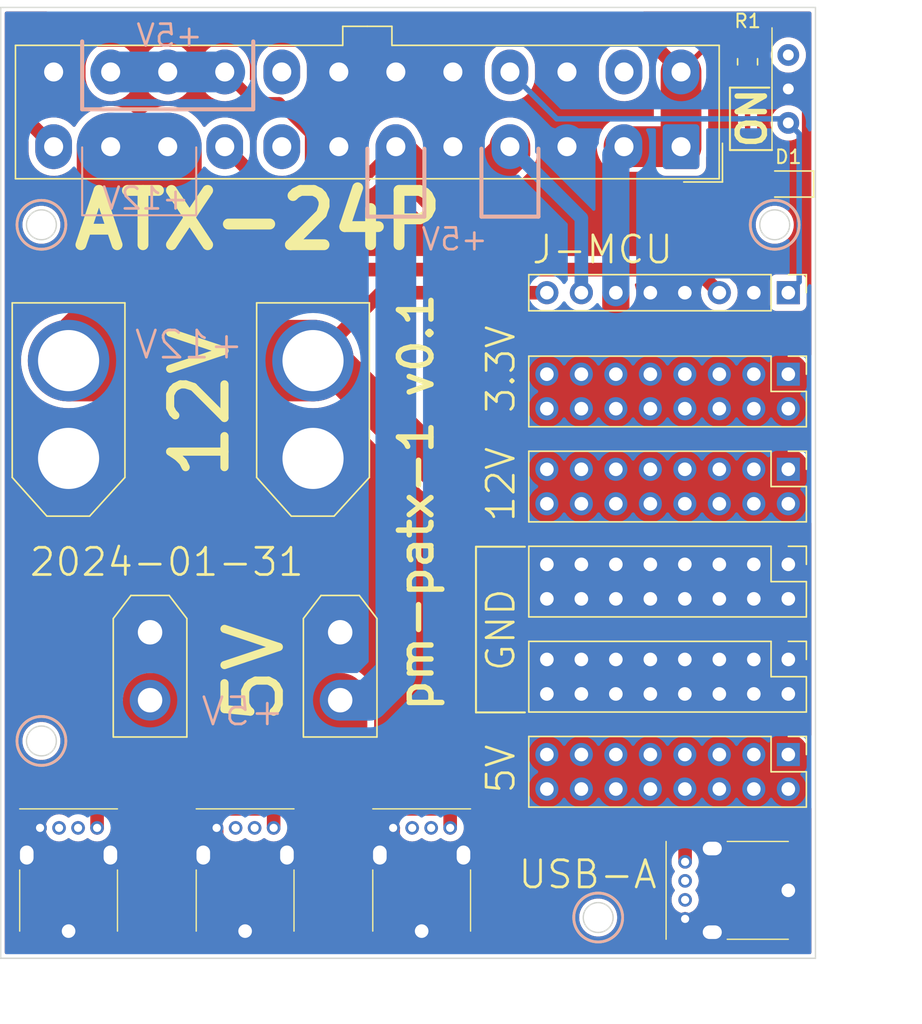
<source format=kicad_pcb>
(kicad_pcb (version 20221018) (generator pcbnew)
  (title_block (title "pm-patx-1") (date "2024-01-31") (rev "v0.1") (company "fm-elpac") (comment 1 "ATX 供电引出板") (comment 2 "secext2022") (comment 3 "https://github.com/fm-elpac/fm-hw"))
  (layers (0 "F.Cu" mixed) (31 "B.Cu" mixed) (34 "B.Paste" user) (35 "F.Paste" user) (36 "B.SilkS" user "B.Silkscreen") (37 "F.SilkS" user "F.Silkscreen") (38 "B.Mask" user) (39 "F.Mask" user) (44 "Edge.Cuts" user))
  (net 0 "")
  (net 1 "GND")
  (net 2 "Net-(D1-A)")
  (net 3 "+3.3V")
  (net 4 "+5V")
  (net 6 "/5VSB")
  (net 7 "+12V")
  (net 9 "/PS_ON")
  (footprint "patx-1:USB-A-V1" (layer "F.Cu") (at 57 107)
    (fp_text reference "J7" hide)
    (fp_text value "USB_A")
    (fp_line (start -3.6 -9) (end 3.6 -9) (stroke (width 0.1)) (layer "F.SilkS"))
    (fp_line (start -3.6 -4.5) (end -3.6 0) (stroke (width 0.1)) (layer "F.SilkS"))
    (fp_line (start 3.6 -4.5) (end 3.6 0) (stroke (width 0.1)) (layer "F.SilkS"))
    (pad "1" thru_hole circle (at 2.1 -7.6) (size 1 1) (drill 0.6) (layers "*.Cu" "*.Mask") (net 4 "+5V"))
    (pad "2" thru_hole circle (at 0.7 -7.6) (size 1 1) (drill 0.6) (layers "*.Cu" "*.Mask"))
    (pad "3" thru_hole circle (at -0.7 -7.6) (size 1 1) (drill 0.6) (layers "*.Cu" "*.Mask"))
    (pad "4" thru_hole circle (at -2.1 -7.6) (size 1 1) (drill 0.6) (layers "*.Cu" "*.Mask") (net 1 "GND"))
    (pad "5" thru_hole roundrect (at -3.08 -5.6) (size 2 2) (drill oval 1 1.4) (layers "*.Cu" "*.Mask") (net 1 "GND"))
    (pad "5" thru_hole circle (at 0 0) (size 2 2) (drill 1) (layers "*.Cu" "*.Mask") (net 1 "GND"))
    (pad "5" thru_hole roundrect (at 3.08 -5.6) (size 2 2) (drill oval 1 1.4) (layers "*.Cu" "*.Mask") (net 1 "GND"))
  )
  (footprint "Connector_PinHeader_2.54mm:PinHeader_2x08_P2.54mm_Vertical" (layer "F.Cu") (at 97 80 -90)
    (fp_text reference "J14" hide)
    (fp_text value "Conn_02x08_Top_Bottom")
    (fp_line (start -1.33 -1.33) (end 0 -1.33) (stroke (width 0.12)) (layer "F.SilkS"))
    (fp_line (start -1.33 0) (end -1.33 -1.33) (stroke (width 0.12)) (layer "F.SilkS"))
    (fp_line (start -1.33 1.27) (end -1.33 19.11) (stroke (width 0.12)) (layer "F.SilkS"))
    (fp_line (start -1.33 1.27) (end 1.27 1.27) (stroke (width 0.12)) (layer "F.SilkS"))
    (fp_line (start -1.33 19.11) (end 3.87 19.11) (stroke (width 0.12)) (layer "F.SilkS"))
    (fp_line (start 1.27 -1.33) (end 3.87 -1.33) (stroke (width 0.12)) (layer "F.SilkS"))
    (fp_line (start 1.27 1.27) (end 1.27 -1.33) (stroke (width 0.12)) (layer "F.SilkS"))
    (fp_line (start 3.87 -1.33) (end 3.87 19.11) (stroke (width 0.12)) (layer "F.SilkS"))
    (pad "1" thru_hole rect (at 0 0 270) (size 1.7 1.7) (drill 1) (layers "*.Cu" "*.Mask") (net 1 "GND"))
    (pad "2" thru_hole oval (at 2.54 0 270) (size 1.7 1.7) (drill 1) (layers "*.Cu" "*.Mask") (net 1 "GND"))
    (pad "3" thru_hole oval (at 0 2.54 270) (size 1.7 1.7) (drill 1) (layers "*.Cu" "*.Mask") (net 1 "GND"))
    (pad "4" thru_hole oval (at 2.54 2.54 270) (size 1.7 1.7) (drill 1) (layers "*.Cu" "*.Mask") (net 1 "GND"))
    (pad "5" thru_hole oval (at 0 5.08 270) (size 1.7 1.7) (drill 1) (layers "*.Cu" "*.Mask") (net 1 "GND"))
    (pad "6" thru_hole oval (at 2.54 5.08 270) (size 1.7 1.7) (drill 1) (layers "*.Cu" "*.Mask") (net 1 "GND"))
    (pad "7" thru_hole oval (at 0 7.62 270) (size 1.7 1.7) (drill 1) (layers "*.Cu" "*.Mask") (net 1 "GND"))
    (pad "8" thru_hole oval (at 2.54 7.62 270) (size 1.7 1.7) (drill 1) (layers "*.Cu" "*.Mask") (net 1 "GND"))
    (pad "9" thru_hole oval (at 0 10.16 270) (size 1.7 1.7) (drill 1) (layers "*.Cu" "*.Mask") (net 1 "GND"))
    (pad "10" thru_hole oval (at 2.54 10.16 270) (size 1.7 1.7) (drill 1) (layers "*.Cu" "*.Mask") (net 1 "GND"))
    (pad "11" thru_hole oval (at 0 12.7 270) (size 1.7 1.7) (drill 1) (layers "*.Cu" "*.Mask") (net 1 "GND"))
    (pad "12" thru_hole oval (at 2.54 12.7 270) (size 1.7 1.7) (drill 1) (layers "*.Cu" "*.Mask") (net 1 "GND"))
    (pad "13" thru_hole oval (at 0 15.24 270) (size 1.7 1.7) (drill 1) (layers "*.Cu" "*.Mask") (net 1 "GND"))
    (pad "14" thru_hole oval (at 2.54 15.24 270) (size 1.7 1.7) (drill 1) (layers "*.Cu" "*.Mask") (net 1 "GND"))
    (pad "15" thru_hole oval (at 0 17.78 270) (size 1.7 1.7) (drill 1) (layers "*.Cu" "*.Mask") (net 1 "GND"))
    (pad "16" thru_hole oval (at 2.54 17.78 270) (size 1.7 1.7) (drill 1) (layers "*.Cu" "*.Mask") (net 1 "GND"))
  )
  (footprint "patx-1:USB-A-V1" (layer "F.Cu") (at 44 107)
    (fp_text reference "J8" hide)
    (fp_text value "USB_A")
    (fp_line (start -3.6 -9) (end 3.6 -9) (stroke (width 0.1)) (layer "F.SilkS"))
    (fp_line (start -3.6 -4.5) (end -3.6 0) (stroke (width 0.1)) (layer "F.SilkS"))
    (fp_line (start 3.6 -4.5) (end 3.6 0) (stroke (width 0.1)) (layer "F.SilkS"))
    (pad "1" thru_hole circle (at 2.1 -7.6) (size 1 1) (drill 0.6) (layers "*.Cu" "*.Mask") (net 4 "+5V"))
    (pad "2" thru_hole circle (at 0.7 -7.6) (size 1 1) (drill 0.6) (layers "*.Cu" "*.Mask"))
    (pad "3" thru_hole circle (at -0.7 -7.6) (size 1 1) (drill 0.6) (layers "*.Cu" "*.Mask"))
    (pad "4" thru_hole circle (at -2.1 -7.6) (size 1 1) (drill 0.6) (layers "*.Cu" "*.Mask") (net 1 "GND"))
    (pad "5" thru_hole roundrect (at -3.08 -5.6) (size 2 2) (drill oval 1 1.4) (layers "*.Cu" "*.Mask") (net 1 "GND"))
    (pad "5" thru_hole circle (at 0 0) (size 2 2) (drill 1) (layers "*.Cu" "*.Mask") (net 1 "GND"))
    (pad "5" thru_hole roundrect (at 3.08 -5.6) (size 2 2) (drill oval 1 1.4) (layers "*.Cu" "*.Mask") (net 1 "GND"))
  )
  (footprint "Connector_AMASS:AMASS_XT30UPB-F_1x02_P5.0mm_Vertical" (layer "F.Cu") (at 64 85 -90)
    (fp_text reference "J5" hide)
    (fp_text value "Conn_01x02")
    (fp_line (start -2.71 -1.41) (end -2.71 1.41) (stroke (width 0.12)) (layer "F.SilkS"))
    (fp_line (start -2.71 -1.41) (end -1.01 -2.71) (stroke (width 0.12)) (layer "F.SilkS"))
    (fp_line (start -2.71 1.41) (end -1.01 2.71) (stroke (width 0.12)) (layer "F.SilkS"))
    (fp_line (start -1.01 -2.71) (end 7.71 -2.71) (stroke (width 0.12)) (layer "F.SilkS"))
    (fp_line (start -1.01 2.71) (end 7.71 2.71) (stroke (width 0.12)) (layer "F.SilkS"))
    (fp_line (start 7.71 -2.71) (end 7.71 2.71) (stroke (width 0.12)) (layer "F.SilkS"))
    (pad "1" thru_hole rect (at 0 0 270) (size 3 3) (drill 1.8) (layers "*.Cu" "*.Mask") (net 1 "GND"))
    (pad "2" thru_hole circle (at 5 0 270) (size 3 3) (drill 1.8) (layers "*.Cu" "*.Mask") (net 4 "+5V"))
  )
  (footprint "patx-1:USB-A-V1" (layer "F.Cu") (at 97 104 90)
    (fp_text reference "J9" hide)
    (fp_text value "USB_A")
    (fp_line (start -3.6 -9) (end 3.6 -9) (stroke (width 0.1)) (layer "F.SilkS"))
    (fp_line (start -3.6 -4.5) (end -3.6 0) (stroke (width 0.1)) (layer "F.SilkS"))
    (fp_line (start 3.6 -4.5) (end 3.6 0) (stroke (width 0.1)) (layer "F.SilkS"))
    (pad "1" thru_hole circle (at 2.1 -7.6 90) (size 1 1) (drill 0.6) (layers "*.Cu" "*.Mask") (net 4 "+5V"))
    (pad "2" thru_hole circle (at 0.7 -7.6 90) (size 1 1) (drill 0.6) (layers "*.Cu" "*.Mask"))
    (pad "3" thru_hole circle (at -0.7 -7.6 90) (size 1 1) (drill 0.6) (layers "*.Cu" "*.Mask"))
    (pad "4" thru_hole circle (at -2.1 -7.6 90) (size 1 1) (drill 0.6) (layers "*.Cu" "*.Mask") (net 1 "GND"))
    (pad "5" thru_hole roundrect (at -3.08 -5.6 90) (size 2 2) (drill oval 1 1.4) (layers "*.Cu" "*.Mask") (net 1 "GND"))
    (pad "5" thru_hole circle (at 0 0 90) (size 2 2) (drill 1) (layers "*.Cu" "*.Mask") (net 1 "GND"))
    (pad "5" thru_hole roundrect (at 3.08 -5.6 90) (size 2 2) (drill oval 1 1.4) (layers "*.Cu" "*.Mask") (net 1 "GND"))
  )
  (footprint "LED_SMD:LED_0805_2012Metric_Pad1.15x1.40mm_HandSolder" (layer "F.Cu") (at 97 52 180)
    (fp_text reference "D1" (at 0 2) (layer "F.SilkS"))
    (fp_text value "LED")
    (fp_line (start -1.86 -0.96) (end -1.86 0.96) (stroke (width 0.12)) (layer "F.SilkS"))
    (fp_line (start -1.86 0.96) (end 1 0.96) (stroke (width 0.12)) (layer "F.SilkS"))
    (fp_line (start 1 -0.96) (end -1.86 -0.96) (stroke (width 0.12)) (layer "F.SilkS"))
    (pad "1" smd roundrect (at -1.025 0 180) (size 1.15 1.4) (layers "F.Cu" "F.Paste" "F.Mask") (roundrect_rratio 0.217391) (net 1 "GND"))
    (pad "2" smd roundrect (at 1.025 0 180) (size 1.15 1.4) (layers "F.Cu" "F.Paste" "F.Mask") (roundrect_rratio 0.217391) (net 2 "Net-(D1-A)"))
  )
  (footprint "Connector_PinHeader_2.54mm:PinHeader_2x08_P2.54mm_Vertical" (layer "F.Cu") (at 97 73 -90)
    (fp_text reference "J11" hide)
    (fp_text value "Conn_02x08_Top_Bottom")
    (fp_line (start -1.33 -1.33) (end 0 -1.33) (stroke (width 0.12)) (layer "F.SilkS"))
    (fp_line (start -1.33 0) (end -1.33 -1.33) (stroke (width 0.12)) (layer "F.SilkS"))
    (fp_line (start -1.33 1.27) (end -1.33 19.11) (stroke (width 0.12)) (layer "F.SilkS"))
    (fp_line (start -1.33 1.27) (end 1.27 1.27) (stroke (width 0.12)) (layer "F.SilkS"))
    (fp_line (start -1.33 19.11) (end 3.87 19.11) (stroke (width 0.12)) (layer "F.SilkS"))
    (fp_line (start 1.27 -1.33) (end 3.87 -1.33) (stroke (width 0.12)) (layer "F.SilkS"))
    (fp_line (start 1.27 1.27) (end 1.27 -1.33) (stroke (width 0.12)) (layer "F.SilkS"))
    (fp_line (start 3.87 -1.33) (end 3.87 19.11) (stroke (width 0.12)) (layer "F.SilkS"))
    (pad "1" thru_hole rect (at 0 0 270) (size 1.7 1.7) (drill 1) (layers "*.Cu" "*.Mask") (net 7 "+12V"))
    (pad "2" thru_hole oval (at 2.54 0 270) (size 1.7 1.7) (drill 1) (layers "*.Cu" "*.Mask") (net 7 "+12V"))
    (pad "3" thru_hole oval (at 0 2.54 270) (size 1.7 1.7) (drill 1) (layers "*.Cu" "*.Mask") (net 7 "+12V"))
    (pad "4" thru_hole oval (at 2.54 2.54 270) (size 1.7 1.7) (drill 1) (layers "*.Cu" "*.Mask") (net 7 "+12V"))
    (pad "5" thru_hole oval (at 0 5.08 270) (size 1.7 1.7) (drill 1) (layers "*.Cu" "*.Mask") (net 7 "+12V"))
    (pad "6" thru_hole oval (at 2.54 5.08 270) (size 1.7 1.7) (drill 1) (layers "*.Cu" "*.Mask") (net 7 "+12V"))
    (pad "7" thru_hole oval (at 0 7.62 270) (size 1.7 1.7) (drill 1) (layers "*.Cu" "*.Mask") (net 7 "+12V"))
    (pad "8" thru_hole oval (at 2.54 7.62 270) (size 1.7 1.7) (drill 1) (layers "*.Cu" "*.Mask") (net 7 "+12V"))
    (pad "9" thru_hole oval (at 0 10.16 270) (size 1.7 1.7) (drill 1) (layers "*.Cu" "*.Mask") (net 7 "+12V"))
    (pad "10" thru_hole oval (at 2.54 10.16 270) (size 1.7 1.7) (drill 1) (layers "*.Cu" "*.Mask") (net 7 "+12V"))
    (pad "11" thru_hole oval (at 0 12.7 270) (size 1.7 1.7) (drill 1) (layers "*.Cu" "*.Mask") (net 7 "+12V"))
    (pad "12" thru_hole oval (at 2.54 12.7 270) (size 1.7 1.7) (drill 1) (layers "*.Cu" "*.Mask") (net 7 "+12V"))
    (pad "13" thru_hole oval (at 0 15.24 270) (size 1.7 1.7) (drill 1) (layers "*.Cu" "*.Mask") (net 7 "+12V"))
    (pad "14" thru_hole oval (at 2.54 15.24 270) (size 1.7 1.7) (drill 1) (layers "*.Cu" "*.Mask") (net 7 "+12V"))
    (pad "15" thru_hole oval (at 0 17.78 270) (size 1.7 1.7) (drill 1) (layers "*.Cu" "*.Mask") (net 7 "+12V"))
    (pad "16" thru_hole oval (at 2.54 17.78 270) (size 1.7 1.7) (drill 1) (layers "*.Cu" "*.Mask") (net 7 "+12V"))
  )
  (footprint "Connector_PinHeader_2.54mm:PinHeader_2x08_P2.54mm_Vertical" (layer "F.Cu") (at 97 66 -90)
    (fp_text reference "J13" hide)
    (fp_text value "Conn_02x08_Top_Bottom")
    (fp_line (start -1.33 -1.33) (end 0 -1.33) (stroke (width 0.12)) (layer "F.SilkS"))
    (fp_line (start -1.33 0) (end -1.33 -1.33) (stroke (width 0.12)) (layer "F.SilkS"))
    (fp_line (start -1.33 1.27) (end -1.33 19.11) (stroke (width 0.12)) (layer "F.SilkS"))
    (fp_line (start -1.33 1.27) (end 1.27 1.27) (stroke (width 0.12)) (layer "F.SilkS"))
    (fp_line (start -1.33 19.11) (end 3.87 19.11) (stroke (width 0.12)) (layer "F.SilkS"))
    (fp_line (start 1.27 -1.33) (end 3.87 -1.33) (stroke (width 0.12)) (layer "F.SilkS"))
    (fp_line (start 1.27 1.27) (end 1.27 -1.33) (stroke (width 0.12)) (layer "F.SilkS"))
    (fp_line (start 3.87 -1.33) (end 3.87 19.11) (stroke (width 0.12)) (layer "F.SilkS"))
    (pad "1" thru_hole rect (at 0 0 270) (size 1.7 1.7) (drill 1) (layers "*.Cu" "*.Mask") (net 3 "+3.3V"))
    (pad "2" thru_hole oval (at 2.54 0 270) (size 1.7 1.7) (drill 1) (layers "*.Cu" "*.Mask") (net 3 "+3.3V"))
    (pad "3" thru_hole oval (at 0 2.54 270) (size 1.7 1.7) (drill 1) (layers "*.Cu" "*.Mask") (net 3 "+3.3V"))
    (pad "4" thru_hole oval (at 2.54 2.54 270) (size 1.7 1.7) (drill 1) (layers "*.Cu" "*.Mask") (net 3 "+3.3V"))
    (pad "5" thru_hole oval (at 0 5.08 270) (size 1.7 1.7) (drill 1) (layers "*.Cu" "*.Mask") (net 3 "+3.3V"))
    (pad "6" thru_hole oval (at 2.54 5.08 270) (size 1.7 1.7) (drill 1) (layers "*.Cu" "*.Mask") (net 3 "+3.3V"))
    (pad "7" thru_hole oval (at 0 7.62 270) (size 1.7 1.7) (drill 1) (layers "*.Cu" "*.Mask") (net 3 "+3.3V"))
    (pad "8" thru_hole oval (at 2.54 7.62 270) (size 1.7 1.7) (drill 1) (layers "*.Cu" "*.Mask") (net 3 "+3.3V"))
    (pad "9" thru_hole oval (at 0 10.16 270) (size 1.7 1.7) (drill 1) (layers "*.Cu" "*.Mask") (net 3 "+3.3V"))
    (pad "10" thru_hole oval (at 2.54 10.16 270) (size 1.7 1.7) (drill 1) (layers "*.Cu" "*.Mask") (net 3 "+3.3V"))
    (pad "11" thru_hole oval (at 0 12.7 270) (size 1.7 1.7) (drill 1) (layers "*.Cu" "*.Mask") (net 3 "+3.3V"))
    (pad "12" thru_hole oval (at 2.54 12.7 270) (size 1.7 1.7) (drill 1) (layers "*.Cu" "*.Mask") (net 3 "+3.3V"))
    (pad "13" thru_hole oval (at 0 15.24 270) (size 1.7 1.7) (drill 1) (layers "*.Cu" "*.Mask") (net 3 "+3.3V"))
    (pad "14" thru_hole oval (at 2.54 15.24 270) (size 1.7 1.7) (drill 1) (layers "*.Cu" "*.Mask") (net 3 "+3.3V"))
    (pad "15" thru_hole oval (at 0 17.78 270) (size 1.7 1.7) (drill 1) (layers "*.Cu" "*.Mask") (net 3 "+3.3V"))
    (pad "16" thru_hole oval (at 2.54 17.78 270) (size 1.7 1.7) (drill 1) (layers "*.Cu" "*.Mask") (net 3 "+3.3V"))
  )
  (footprint "Connector_PinHeader_2.54mm:PinHeader_2x08_P2.54mm_Vertical" (layer "F.Cu") (at 97 94 -90)
    (fp_text reference "J12" hide)
    (fp_text value "Conn_02x08_Top_Bottom")
    (fp_line (start -1.33 -1.33) (end 0 -1.33) (stroke (width 0.12)) (layer "F.SilkS"))
    (fp_line (start -1.33 0) (end -1.33 -1.33) (stroke (width 0.12)) (layer "F.SilkS"))
    (fp_line (start -1.33 1.27) (end -1.33 19.11) (stroke (width 0.12)) (layer "F.SilkS"))
    (fp_line (start -1.33 1.27) (end 1.27 1.27) (stroke (width 0.12)) (layer "F.SilkS"))
    (fp_line (start -1.33 19.11) (end 3.87 19.11) (stroke (width 0.12)) (layer "F.SilkS"))
    (fp_line (start 1.27 -1.33) (end 3.87 -1.33) (stroke (width 0.12)) (layer "F.SilkS"))
    (fp_line (start 1.27 1.27) (end 1.27 -1.33) (stroke (width 0.12)) (layer "F.SilkS"))
    (fp_line (start 3.87 -1.33) (end 3.87 19.11) (stroke (width 0.12)) (layer "F.SilkS"))
    (pad "1" thru_hole rect (at 0 0 270) (size 1.7 1.7) (drill 1) (layers "*.Cu" "*.Mask") (net 4 "+5V"))
    (pad "2" thru_hole oval (at 2.54 0 270) (size 1.7 1.7) (drill 1) (layers "*.Cu" "*.Mask") (net 4 "+5V"))
    (pad "3" thru_hole oval (at 0 2.54 270) (size 1.7 1.7) (drill 1) (layers "*.Cu" "*.Mask") (net 4 "+5V"))
    (pad "4" thru_hole oval (at 2.54 2.54 270) (size 1.7 1.7) (drill 1) (layers "*.Cu" "*.Mask") (net 4 "+5V"))
    (pad "5" thru_hole oval (at 0 5.08 270) (size 1.7 1.7) (drill 1) (layers "*.Cu" "*.Mask") (net 4 "+5V"))
    (pad "6" thru_hole oval (at 2.54 5.08 270) (size 1.7 1.7) (drill 1) (layers "*.Cu" "*.Mask") (net 4 "+5V"))
    (pad "7" thru_hole oval (at 0 7.62 270) (size 1.7 1.7) (drill 1) (layers "*.Cu" "*.Mask") (net 4 "+5V"))
    (pad "8" thru_hole oval (at 2.54 7.62 270) (size 1.7 1.7) (drill 1) (layers "*.Cu" "*.Mask") (net 4 "+5V"))
    (pad "9" thru_hole oval (at 0 10.16 270) (size 1.7 1.7) (drill 1) (layers "*.Cu" "*.Mask") (net 4 "+5V"))
    (pad "10" thru_hole oval (at 2.54 10.16 270) (size 1.7 1.7) (drill 1) (layers "*.Cu" "*.Mask") (net 4 "+5V"))
    (pad "11" thru_hole oval (at 0 12.7 270) (size 1.7 1.7) (drill 1) (layers "*.Cu" "*.Mask") (net 4 "+5V"))
    (pad "12" thru_hole oval (at 2.54 12.7 270) (size 1.7 1.7) (drill 1) (layers "*.Cu" "*.Mask") (net 4 "+5V"))
    (pad "13" thru_hole oval (at 0 15.24 270) (size 1.7 1.7) (drill 1) (layers "*.Cu" "*.Mask") (net 4 "+5V"))
    (pad "14" thru_hole oval (at 2.54 15.24 270) (size 1.7 1.7) (drill 1) (layers "*.Cu" "*.Mask") (net 4 "+5V"))
    (pad "15" thru_hole oval (at 0 17.78 270) (size 1.7 1.7) (drill 1) (layers "*.Cu" "*.Mask") (net 4 "+5V"))
    (pad "16" thru_hole oval (at 2.54 17.78 270) (size 1.7 1.7) (drill 1) (layers "*.Cu" "*.Mask") (net 4 "+5V"))
  )
  (footprint "Connector_PinHeader_2.54mm:PinHeader_2x08_P2.54mm_Vertical" (layer "F.Cu") (at 97 87 -90)
    (fp_text reference "J15" hide)
    (fp_text value "Conn_02x08_Top_Bottom")
    (fp_line (start -1.33 -1.33) (end 0 -1.33) (stroke (width 0.12)) (layer "F.SilkS"))
    (fp_line (start -1.33 0) (end -1.33 -1.33) (stroke (width 0.12)) (layer "F.SilkS"))
    (fp_line (start -1.33 1.27) (end -1.33 19.11) (stroke (width 0.12)) (layer "F.SilkS"))
    (fp_line (start -1.33 1.27) (end 1.27 1.27) (stroke (width 0.12)) (layer "F.SilkS"))
    (fp_line (start -1.33 19.11) (end 3.87 19.11) (stroke (width 0.12)) (layer "F.SilkS"))
    (fp_line (start 1.27 -1.33) (end 3.87 -1.33) (stroke (width 0.12)) (layer "F.SilkS"))
    (fp_line (start 1.27 1.27) (end 1.27 -1.33) (stroke (width 0.12)) (layer "F.SilkS"))
    (fp_line (start 3.87 -1.33) (end 3.87 19.11) (stroke (width 0.12)) (layer "F.SilkS"))
    (pad "1" thru_hole rect (at 0 0 270) (size 1.7 1.7) (drill 1) (layers "*.Cu" "*.Mask") (net 1 "GND"))
    (pad "2" thru_hole oval (at 2.54 0 270) (size 1.7 1.7) (drill 1) (layers "*.Cu" "*.Mask") (net 1 "GND"))
    (pad "3" thru_hole oval (at 0 2.54 270) (size 1.7 1.7) (drill 1) (layers "*.Cu" "*.Mask") (net 1 "GND"))
    (pad "4" thru_hole oval (at 2.54 2.54 270) (size 1.7 1.7) (drill 1) (layers "*.Cu" "*.Mask") (net 1 "GND"))
    (pad "5" thru_hole oval (at 0 5.08 270) (size 1.7 1.7) (drill 1) (layers "*.Cu" "*.Mask") (net 1 "GND"))
    (pad "6" thru_hole oval (at 2.54 5.08 270) (size 1.7 1.7) (drill 1) (layers "*.Cu" "*.Mask") (net 1 "GND"))
    (pad "7" thru_hole oval (at 0 7.62 270) (size 1.7 1.7) (drill 1) (layers "*.Cu" "*.Mask") (net 1 "GND"))
    (pad "8" thru_hole oval (at 2.54 7.62 270) (size 1.7 1.7) (drill 1) (layers "*.Cu" "*.Mask") (net 1 "GND"))
    (pad "9" thru_hole oval (at 0 10.16 270) (size 1.7 1.7) (drill 1) (layers "*.Cu" "*.Mask") (net 1 "GND"))
    (pad "10" thru_hole oval (at 2.54 10.16 270) (size 1.7 1.7) (drill 1) (layers "*.Cu" "*.Mask") (net 1 "GND"))
    (pad "11" thru_hole oval (at 0 12.7 270) (size 1.7 1.7) (drill 1) (layers "*.Cu" "*.Mask") (net 1 "GND"))
    (pad "12" thru_hole oval (at 2.54 12.7 270) (size 1.7 1.7) (drill 1) (layers "*.Cu" "*.Mask") (net 1 "GND"))
    (pad "13" thru_hole oval (at 0 15.24 270) (size 1.7 1.7) (drill 1) (layers "*.Cu" "*.Mask") (net 1 "GND"))
    (pad "14" thru_hole oval (at 2.54 15.24 270) (size 1.7 1.7) (drill 1) (layers "*.Cu" "*.Mask") (net 1 "GND"))
    (pad "15" thru_hole oval (at 0 17.78 270) (size 1.7 1.7) (drill 1) (layers "*.Cu" "*.Mask") (net 1 "GND"))
    (pad "16" thru_hole oval (at 2.54 17.78 270) (size 1.7 1.7) (drill 1) (layers "*.Cu" "*.Mask") (net 1 "GND"))
  )
  (footprint "Connector_AMASS:AMASS_XT60-F_1x02_P7.20mm_Vertical" (layer "F.Cu") (at 62 72.2 90)
    (fp_text reference "J3" hide)
    (fp_text value "Conn_01x02")
    (fp_line (start -4.25 -1.6) (end -4.25 1.55) (stroke (width 0.12)) (layer "F.SilkS"))
    (fp_line (start -4.25 1.55) (end -1.4 4.15) (stroke (width 0.12)) (layer "F.SilkS"))
    (fp_line (start -1.4 -4.15) (end -4.25 -1.6) (stroke (width 0.12)) (layer "F.SilkS"))
    (fp_line (start -1.4 4.15) (end 11.45 4.15) (stroke (width 0.12)) (layer "F.SilkS"))
    (fp_line (start 11.45 -4.15) (end -1.4 -4.15) (stroke (width 0.12)) (layer "F.SilkS"))
    (fp_line (start 11.45 4.15) (end 11.45 -4.15) (stroke (width 0.12)) (layer "F.SilkS"))
    (pad "1" thru_hole roundrect (at 0 0 90) (size 6 6) (drill 4.5) (layers "*.Cu" "*.Mask") (net 1 "GND"))
    (pad "2" thru_hole circle (at 7.2 0 90) (size 6 6) (drill 4.5) (layers "*.Cu" "*.Mask") (net 7 "+12V"))
  )
  (footprint "patx-1:USB-A-V1" (layer "F.Cu") (at 70 107)
    (fp_text reference "J6" hide)
    (fp_text value "USB_A")
    (fp_line (start -3.6 -9) (end 3.6 -9) (stroke (width 0.1)) (layer "F.SilkS"))
    (fp_line (start -3.6 -4.5) (end -3.6 0) (stroke (width 0.1)) (layer "F.SilkS"))
    (fp_line (start 3.6 -4.5) (end 3.6 0) (stroke (width 0.1)) (layer "F.SilkS"))
    (pad "1" thru_hole circle (at 2.1 -7.6) (size 1 1) (drill 0.6) (layers "*.Cu" "*.Mask") (net 4 "+5V"))
    (pad "2" thru_hole circle (at 0.7 -7.6) (size 1 1) (drill 0.6) (layers "*.Cu" "*.Mask"))
    (pad "3" thru_hole circle (at -0.7 -7.6) (size 1 1) (drill 0.6) (layers "*.Cu" "*.Mask"))
    (pad "4" thru_hole circle (at -2.1 -7.6) (size 1 1) (drill 0.6) (layers "*.Cu" "*.Mask") (net 1 "GND"))
    (pad "5" thru_hole roundrect (at -3.08 -5.6) (size 2 2) (drill oval 1 1.4) (layers "*.Cu" "*.Mask") (net 1 "GND"))
    (pad "5" thru_hole circle (at 0 0) (size 2 2) (drill 1) (layers "*.Cu" "*.Mask") (net 1 "GND"))
    (pad "5" thru_hole roundrect (at 3.08 -5.6) (size 2 2) (drill oval 1 1.4) (layers "*.Cu" "*.Mask") (net 1 "GND"))
  )
  (footprint "Connector_AMASS:AMASS_XT60-F_1x02_P7.20mm_Vertical" (layer "F.Cu") (at 44 72.2 90)
    (fp_text reference "J2" hide)
    (fp_text value "Conn_01x02")
    (fp_line (start -4.25 -1.6) (end -4.25 1.55) (stroke (width 0.12)) (layer "F.SilkS"))
    (fp_line (start -4.25 1.55) (end -1.4 4.15) (stroke (width 0.12)) (layer "F.SilkS"))
    (fp_line (start -1.4 -4.15) (end -4.25 -1.6) (stroke (width 0.12)) (layer "F.SilkS"))
    (fp_line (start -1.4 4.15) (end 11.45 4.15) (stroke (width 0.12)) (layer "F.SilkS"))
    (fp_line (start 11.45 -4.15) (end -1.4 -4.15) (stroke (width 0.12)) (layer "F.SilkS"))
    (fp_line (start 11.45 4.15) (end 11.45 -4.15) (stroke (width 0.12)) (layer "F.SilkS"))
    (pad "1" thru_hole roundrect (at 0 0 90) (size 6 6) (drill 4.5) (layers "*.Cu" "*.Mask") (net 1 "GND"))
    (pad "2" thru_hole circle (at 7.2 0 90) (size 6 6) (drill 4.5) (layers "*.Cu" "*.Mask") (net 7 "+12V"))
  )
  (footprint "Connector_PinHeader_2.54mm:PinHeader_1x08_P2.54mm_Vertical" (layer "F.Cu") (at 97 60 -90)
    (fp_text reference "J10" hide)
    (fp_text value "Conn_01x08")
    (fp_line (start -1.33 -1.33) (end 0 -1.33) (stroke (width 0.12)) (layer "F.SilkS"))
    (fp_line (start -1.33 0) (end -1.33 -1.33) (stroke (width 0.12)) (layer "F.SilkS"))
    (fp_line (start -1.33 1.27) (end -1.33 19.11) (stroke (width 0.12)) (layer "F.SilkS"))
    (fp_line (start -1.33 1.27) (end 1.33 1.27) (stroke (width 0.12)) (layer "F.SilkS"))
    (fp_line (start -1.33 19.11) (end 1.33 19.11) (stroke (width 0.12)) (layer "F.SilkS"))
    (fp_line (start 1.33 1.27) (end 1.33 19.11) (stroke (width 0.12)) (layer "F.SilkS"))
    (pad "1" thru_hole rect (at 0 0 270) (size 1.7 1.7) (drill 1) (layers "*.Cu" "*.Mask") (net 9 "/PS_ON"))
    (pad "2" thru_hole oval (at 0 2.54 270) (size 1.7 1.7) (drill 1) (layers "*.Cu" "*.Mask") (net 1 "GND"))
    (pad "3" thru_hole oval (at 0 5.08 270) (size 1.7 1.7) (drill 1) (layers "*.Cu" "*.Mask") (net 6 "/5VSB"))
    (pad "4" thru_hole oval (at 0 7.62 270) (size 1.7 1.7) (drill 1) (layers "*.Cu" "*.Mask") (net 1 "GND"))
    (pad "5" thru_hole oval (at 0 10.16 270) (size 1.7 1.7) (drill 1) (layers "*.Cu" "*.Mask") (net 1 "GND"))
    (pad "6" thru_hole oval (at 0 12.7 270) (size 1.7 1.7) (drill 1) (layers "*.Cu" "*.Mask") (net 3 "+3.3V"))
    (pad "7" thru_hole oval (at 0 15.24 270) (size 1.7 1.7) (drill 1) (layers "*.Cu" "*.Mask") (net 4 "+5V"))
    (pad "8" thru_hole oval (at 0 17.78 270) (size 1.7 1.7) (drill 1) (layers "*.Cu" "*.Mask") (net 7 "+12V"))
  )
  (footprint "Connector_Molex:Molex_Mini-Fit_Jr_5566-24A_2x12_P4.20mm_Vertical" (layer "F.Cu") (at 89.1 49.25 180)
    (fp_text reference "J1" hide)
    (fp_text value "ATX-24")
    (fp_line (start -3.05 -2.6) (end -3.05 0.25) (stroke (width 0.12)) (layer "F.SilkS"))
    (fp_line (start -2.81 -2.36) (end -2.81 7.46) (stroke (width 0.12)) (layer "F.SilkS"))
    (fp_line (start -2.81 7.46) (end 21.29 7.46) (stroke (width 0.12)) (layer "F.SilkS"))
    (fp_line (start -0.2 -2.6) (end -3.05 -2.6) (stroke (width 0.12)) (layer "F.SilkS"))
    (fp_line (start 21.29 7.46) (end 21.29 8.86) (stroke (width 0.12)) (layer "F.SilkS"))
    (fp_line (start 21.29 8.86) (end 23.1 8.86) (stroke (width 0.12)) (layer "F.SilkS"))
    (fp_line (start 23.1 -2.36) (end -2.81 -2.36) (stroke (width 0.12)) (layer "F.SilkS"))
    (fp_line (start 23.1 -2.36) (end 49.01 -2.36) (stroke (width 0.12)) (layer "F.SilkS"))
    (fp_line (start 24.91 7.46) (end 24.91 8.86) (stroke (width 0.12)) (layer "F.SilkS"))
    (fp_line (start 24.91 8.86) (end 23.1 8.86) (stroke (width 0.12)) (layer "F.SilkS"))
    (fp_line (start 49.01 -2.36) (end 49.01 7.46) (stroke (width 0.12)) (layer "F.SilkS"))
    (fp_line (start 49.01 7.46) (end 24.91 7.46) (stroke (width 0.12)) (layer "F.SilkS"))
    (pad "1" thru_hole roundrect (at 0 0 180) (size 2.7 3.3) (drill 1.4) (layers "*.Cu" "*.Mask") (roundrect_rratio 0.092593) (net 3 "+3.3V"))
    (pad "2" thru_hole oval (at 4.2 0 180) (size 2.7 3.3) (drill 1.4) (layers "*.Cu" "*.Mask") (net 3 "+3.3V"))
    (pad "3" thru_hole oval (at 8.4 0 180) (size 2.7 3.3) (drill 1.4) (layers "*.Cu" "*.Mask") (net 1 "GND"))
    (pad "4" thru_hole oval (at 12.6 0 180) (size 2.7 3.3) (drill 1.4) (layers "*.Cu" "*.Mask") (net 4 "+5V"))
    (pad "5" thru_hole oval (at 16.8 0 180) (size 2.7 3.3) (drill 1.4) (layers "*.Cu" "*.Mask") (net 1 "GND"))
    (pad "6" thru_hole oval (at 21 0 180) (size 2.7 3.3) (drill 1.4) (layers "*.Cu" "*.Mask") (net 4 "+5V"))
    (pad "7" thru_hole oval (at 25.2 0 180) (size 2.7 3.3) (drill 1.4) (layers "*.Cu" "*.Mask") (net 1 "GND"))
    (pad "8" thru_hole oval (at 29.4 0 180) (size 2.7 3.3) (drill 1.4) (layers "*.Cu" "*.Mask"))
    (pad "9" thru_hole oval (at 33.6 0 180) (size 2.7 3.3) (drill 1.4) (layers "*.Cu" "*.Mask") (net 6 "/5VSB"))
    (pad "10" thru_hole oval (at 37.8 0 180) (size 2.7 3.3) (drill 1.4) (layers "*.Cu" "*.Mask") (net 7 "+12V"))
    (pad "11" thru_hole oval (at 42 0 180) (size 2.7 3.3) (drill 1.4) (layers "*.Cu" "*.Mask") (net 7 "+12V"))
    (pad "12" thru_hole oval (at 46.2 0 180) (size 2.7 3.3) (drill 1.4) (layers "*.Cu" "*.Mask") (net 3 "+3.3V"))
    (pad "13" thru_hole oval (at 0 5.5 180) (size 2.7 3.3) (drill 1.4) (layers "*.Cu" "*.Mask") (net 3 "+3.3V"))
    (pad "14" thru_hole oval (at 4.2 5.5 180) (size 2.7 3.3) (drill 1.4) (layers "*.Cu" "*.Mask"))
    (pad "15" thru_hole oval (at 8.4 5.5 180) (size 2.7 3.3) (drill 1.4) (layers "*.Cu" "*.Mask") (net 1 "GND"))
    (pad "16" thru_hole oval (at 12.6 5.5 180) (size 2.7 3.3) (drill 1.4) (layers "*.Cu" "*.Mask") (net 9 "/PS_ON"))
    (pad "17" thru_hole oval (at 16.8 5.5 180) (size 2.7 3.3) (drill 1.4) (layers "*.Cu" "*.Mask") (net 1 "GND"))
    (pad "18" thru_hole oval (at 21 5.5 180) (size 2.7 3.3) (drill 1.4) (layers "*.Cu" "*.Mask") (net 1 "GND"))
    (pad "19" thru_hole oval (at 25.2 5.5 180) (size 2.7 3.3) (drill 1.4) (layers "*.Cu" "*.Mask") (net 1 "GND"))
    (pad "20" thru_hole oval (at 29.4 5.5 180) (size 2.7 3.3) (drill 1.4) (layers "*.Cu" "*.Mask"))
    (pad "21" thru_hole oval (at 33.6 5.5 180) (size 2.7 3.3) (drill 1.4) (layers "*.Cu" "*.Mask") (net 4 "+5V"))
    (pad "22" thru_hole oval (at 37.8 5.5 180) (size 2.7 3.3) (drill 1.4) (layers "*.Cu" "*.Mask") (net 4 "+5V"))
    (pad "23" thru_hole oval (at 42 5.5 180) (size 2.7 3.3) (drill 1.4) (layers "*.Cu" "*.Mask") (net 4 "+5V"))
    (pad "24" thru_hole oval (at 46.2 5.5 180) (size 2.7 3.3) (drill 1.4) (layers "*.Cu" "*.Mask") (net 1 "GND"))
  )
  (footprint "Resistor_SMD:R_0805_2012Metric_Pad1.20x1.40mm_HandSolder" (layer "F.Cu") (at 94 43 -90)
    (fp_text reference "R1" (at -3 0 -180) (layer "F.SilkS"))
    (fp_text value "200")
    (fp_line (start -0.227064 -0.735) (end 0.227064 -0.735) (stroke (width 0.12)) (layer "F.SilkS"))
    (fp_line (start -0.227064 0.735) (end 0.227064 0.735) (stroke (width 0.12)) (layer "F.SilkS"))
    (pad "1" smd roundrect (at -1 0 270) (size 1.2 1.4) (layers "F.Cu" "F.Paste" "F.Mask") (roundrect_rratio 0.208333) (net 3 "+3.3V"))
    (pad "2" smd roundrect (at 1 0 270) (size 1.2 1.4) (layers "F.Cu" "F.Paste" "F.Mask") (roundrect_rratio 0.208333) (net 2 "Net-(D1-A)"))
  )
  (footprint "Connector_AMASS:AMASS_XT30UPB-F_1x02_P5.0mm_Vertical" (layer "F.Cu") (at 50 85 -90)
    (fp_text reference "J4" hide)
    (fp_text value "Conn_01x02")
    (fp_line (start -2.71 -1.41) (end -2.71 1.41) (stroke (width 0.12)) (layer "F.SilkS"))
    (fp_line (start -2.71 -1.41) (end -1.01 -2.71) (stroke (width 0.12)) (layer "F.SilkS"))
    (fp_line (start -2.71 1.41) (end -1.01 2.71) (stroke (width 0.12)) (layer "F.SilkS"))
    (fp_line (start -1.01 -2.71) (end 7.71 -2.71) (stroke (width 0.12)) (layer "F.SilkS"))
    (fp_line (start -1.01 2.71) (end 7.71 2.71) (stroke (width 0.12)) (layer "F.SilkS"))
    (fp_line (start 7.71 -2.71) (end 7.71 2.71) (stroke (width 0.12)) (layer "F.SilkS"))
    (pad "1" thru_hole rect (at 0 0 270) (size 3 3) (drill 1.8) (layers "*.Cu" "*.Mask") (net 1 "GND"))
    (pad "2" thru_hole circle (at 5 0 270) (size 3 3) (drill 1.8) (layers "*.Cu" "*.Mask") (net 4 "+5V"))
  )
  (footprint "patx-1:MKS-12D19" (layer "F.Cu") (at 97 45 -90)
    (fp_text reference "SW1" hide)
    (fp_text value "SW_SPDT")
    (fp_line (start -4.5 1.2) (end 4.5 1.2) (stroke (width 0.1)) (layer "F.SilkS"))
    (pad "1" thru_hole circle (at -2.5 0 270) (size 1.6 1.6) (drill 0.8) (layers "*.Cu" "*.Mask"))
    (pad "2" thru_hole circle (at 0 0 270) (size 1.6 1.6) (drill 0.8) (layers "*.Cu" "*.Mask") (net 1 "GND"))
    (pad "3" thru_hole circle (at 2.5 0 270) (size 1.6 1.6) (drill 0.8) (layers "*.Cu" "*.Mask") (net 9 "/PS_ON"))
  )
  (gr_line (start 45 49.3) (end 45 54.3) (stroke (width 0.15)) (layer "B.SilkS"))
  (gr_line (start 45 41.5) (end 45 46.5) (stroke (width 0.3)) (layer "B.SilkS"))
  (gr_line (start 45 54.3) (end 53.4 54.3) (stroke (width 0.15)) (layer "B.SilkS"))
  (gr_line (start 45 46.5) (end 57.6 46.5) (stroke (width 0.3)) (layer "B.SilkS"))
  (gr_line (start 66 54.4) (end 70.2 54.4) (stroke (width 0.3)) (layer "B.SilkS"))
  (gr_circle (center 96 55) (end 94.2 55) (stroke (width 0.2)) (fill none) (layer "B.SilkS"))
  (gr_line (start 66 54.4) (end 66 49.4) (stroke (width 0.3)) (layer "B.SilkS"))
  (gr_line (start 53.4 54.3) (end 53.4 49.3) (stroke (width 0.15)) (layer "B.SilkS"))
  (gr_line (start 70.2 54.4) (end 70.2 49.4) (stroke (width 0.3)) (layer "B.SilkS"))
  (gr_circle (center 42 55) (end 40.2 55) (stroke (width 0.2)) (fill none) (layer "B.SilkS"))
  (gr_line (start 74.4 54.4) (end 74.4 49.4) (stroke (width 0.3)) (layer "B.SilkS"))
  (gr_line (start 74.4 54.4) (end 78.6 54.4) (stroke (width 0.3)) (layer "B.SilkS"))
  (gr_circle (center 42 93) (end 40.2 93) (stroke (width 0.2)) (fill none) (layer "B.SilkS"))
  (gr_circle (center 83 106) (end 81.2 106) (stroke (width 0.2)) (fill none) (layer "B.SilkS"))
  (gr_line (start 78.6 54.4) (end 78.6 49.4) (stroke (width 0.3)) (layer "B.SilkS"))
  (gr_line (start 57.6 41.5) (end 57.6 46.5) (stroke (width 0.3)) (layer "B.SilkS"))
  (gr_line (start 95.8 49.5) (end 92.7 49.5) (stroke (width 0.15)) (layer "F.SilkS"))
  (gr_circle (center 83 106) (end 84.8 106) (stroke (width 0.2)) (fill none) (layer "F.SilkS"))
  (gr_circle (center 96 55) (end 97.8 55) (stroke (width 0.2)) (fill none) (layer "F.SilkS"))
  (gr_circle (center 42 55) (end 43.8 55) (stroke (width 0.2)) (fill none) (layer "F.SilkS"))
  (gr_line (start 74 90.9) (end 77.6 90.9) (stroke (width 0.15)) (layer "F.SilkS"))
  (gr_line (start 74 78.7) (end 74 90.9) (stroke (width 0.15)) (layer "F.SilkS"))
  (gr_line (start 92.7 44.9) (end 95.6 44.9) (stroke (width 0.15)) (layer "F.SilkS"))
  (gr_circle (center 42 93) (end 43.8 93) (stroke (width 0.2)) (fill none) (layer "F.SilkS"))
  (gr_line (start 77.6 78.7) (end 74 78.7) (stroke (width 0.15)) (layer "F.SilkS"))
  (gr_line (start 92.7 49.5) (end 92.7 44.9) (stroke (width 0.15)) (layer "F.SilkS"))
  (gr_circle (center 83 106) (end 84.1 106) (stroke (width 0.1)) (fill none) (layer "Edge.Cuts"))
  (gr_line (start 39 39) (end 99 39) (stroke (width 0.1)) (layer "Edge.Cuts"))
  (gr_circle (center 96 55) (end 97.1 55) (stroke (width 0.1)) (fill none) (layer "Edge.Cuts"))
  (gr_line (start 39 39) (end 39 109) (stroke (width 0.1)) (layer "Edge.Cuts"))
  (gr_circle (center 42 55) (end 43.1 55) (stroke (width 0.1)) (fill none) (layer "Edge.Cuts"))
  (gr_line (start 39 109) (end 99 109) (stroke (width 0.1)) (layer "Edge.Cuts"))
  (gr_circle (center 42 93) (end 43.1 93) (stroke (width 0.1)) (fill none) (layer "Edge.Cuts"))
  (gr_line (start 99 39) (end 99 109) (stroke (width 0.1)) (layer "Edge.Cuts"))
  (gr_text "+5V" (at 54 42) (layer "B.SilkS") (effects (font (size 1.6 1.6) (thickness 0.2)) (justify left bottom mirror)))
  (gr_text "+12V" (at 57 65) (layer "B.SilkS") (effects (font (size 2 2) (thickness 0.2)) (justify left bottom mirror)))
  (gr_text "+12V" (at 53 54) (layer "B.SilkS") (effects (font (size 1.6 1.6) (thickness 0.2)) (justify left bottom mirror)))
  (gr_text "+5V" (at 75 57) (layer "B.SilkS") (effects (font (size 1.6 1.6) (thickness 0.2)) (justify left bottom mirror)))
  (gr_text "+5V" (at 60 92) (layer "B.SilkS") (effects (font (size 2 2) (thickness 0.2)) (justify left bottom mirror)))
  (gr_text "12V" (at 56 74 90) (layer "F.SilkS") (effects (font (size 4 4) (thickness 0.6)) (justify left bottom)))
  (gr_text "3.3V" (at 77 69 90) (layer "F.SilkS") (effects (font (size 2 2) (thickness 0.2)) (justify left bottom)))
  (gr_text "5V" (at 60 92 90) (layer "F.SilkS") (effects (font (size 4 4) (thickness 0.6)) (justify left bottom)))
  (gr_text "ATX-24P" (at 44 57) (layer "F.SilkS") (effects (font (size 4 4) (thickness 0.8) bold) (justify left bottom)))
  (gr_text "USB-A" (at 77 104) (layer "F.SilkS") (effects (font (size 2 2) (thickness 0.2)) (justify left bottom)))
  (gr_text "5V" (at 77 97 90) (layer "F.SilkS") (effects (font (size 2 2) (thickness 0.2)) (justify left bottom)))
  (gr_text "GND" (at 77 88 90) (layer "F.SilkS") (effects (font (size 2 2) (thickness 0.2)) (justify left bottom)))
  (gr_text "12V" (at 77 77 90) (layer "F.SilkS") (effects (font (size 2 2) (thickness 0.2)) (justify left bottom)))
  (gr_text "J-MCU" (at 78 58) (layer "F.SilkS") (effects (font (size 2 2) (thickness 0.2)) (justify left bottom)))
  (gr_text "ON" (at 95.5 49.5 90) (layer "F.SilkS") (effects (font (size 2 2) (thickness 0.4) bold) (justify left bottom)))
  (gr_text "pm-patx-1 v0.1" (at 71 91 90) (layer "F.SilkS") (effects (font (size 2.4 2.4) (thickness 0.4) bold) (justify left bottom)))
  (gr_text "2024-01-31" (at 41 81) (layer "F.SilkS") (effects (font (size 2 2) (thickness 0.2)) (justify left bottom)))
  (segment (start 89.4 106.9) (end 89.5 107) (width 1) (layer "F.Cu") (net 1))
  (segment (start 41.9 99.4) (end 40.92 99.4) (width 1) (layer "F.Cu") (net 1))
  (segment (start 42.9 43.75) (end 45.25 41.4) (width 1) (layer "F.Cu") (net 1))
  (segment (start 97 89.54) (end 79.22 89.54) (width 1) (layer "F.Cu") (net 1))
  (segment (start 63.9 49.25) (end 63.9 43.75) (width 3) (layer "F.Cu") (net 1))
  (segment (start 98.025 52) (end 98.2 51.825) (width 0.4) (layer "F.Cu") (net 1))
  (segment (start 67.9 100.42) (end 66.92 101.4) (width 1) (layer "F.Cu") (net 1))
  (segment (start 53.92 101.4) (end 60.08 101.4) (width 1) (layer "F.Cu") (net 1))
  (segment (start 97 89.54) (end 97 87) (width 1) (layer "F.Cu") (net 1))
  (segment (start 66.92 101.4) (end 73.08 101.4) (width 1) (layer "F.Cu") (net 1))
  (segment (start 91.4 107.08) (end 91.4 100.92) (width 1) (layer "F.Cu") (net 1))
  (segment (start 79.22 85) (end 79.22 87) (width 1) (layer "F.Cu") (net 1))
  (segment (start 44 107) (end 44 104.48) (width 1) (layer "F.Cu") (net 1))
  (segment (start 80.7 49.25) (end 80.7 43.75) (width 3) (layer "F.Cu") (net 1))
  (segment (start 54.9 100.42) (end 53.92 101.4) (width 1) (layer "F.Cu") (net 1))
  (segment (start 57 107) (end 57 104.48) (width 1) (layer "F.Cu") (net 1))
  (segment (start 89.4 106.1) (end 89.4 106.9) (width 1) (layer "F.Cu") (net 1))
  (segment (start 50 85) (end 64 85) (width 1) (layer "F.Cu") (net 1))
  (segment (start 80.7 49.25) (end 83.05 51.6) (width 1) (layer "F.Cu") (net 1))
  (segment (start 44 104.48) (end 40.92 101.4) (width 1) (layer "F.Cu") (net 1))
  (segment (start 98.025 52) (end 98.3 51.725) (width 0.6) (layer "F.Cu") (net 1))
  (segment (start 94.48 104) (end 91.4 107.08) (width 1) (layer "F.Cu") (net 1))
  (segment (start 86.06 51.6) (end 94.46 60) (width 1) (layer "F.Cu") (net 1))
  (segment (start 63.9 43.75) (end 72.3 43.75) (width 3) (layer "F.Cu") (net 1))
  (segment (start 40.92 99.4) (end 40.92 101.4) (width 1) (layer "F.Cu") (net 1))
  (segment (start 57 104.48) (end 53.92 101.4) (width 1) (layer "F.Cu") (net 1))
  (segment (start 44 72.2) (end 62 72.2) (width 6) (layer "F.Cu") (net 1))
  (segment (start 89.5 107) (end 91.32 107) (width 1) (layer "F.Cu") (net 1))
  (segment (start 97 80) (end 97 82.54) (width 1) (layer "F.Cu") (net 1))
  (segment (start 98.2 46.2) (end 97 45) (width 0.4) (layer "F.Cu") (net 1))
  (segment (start 61.55 41.4) (end 63.9 43.75) (width 1) (layer "F.Cu") (net 1))
  (segment (start 79.22 82.54) (end 79.22 80) (width 1) (layer "F.Cu") (net 1))
  (segment (start 97 104) (end 94.48 104) (width 1) (layer "F.Cu") (net 1))
  (segment (start 79.22 87) (end 97 87) (width 1) (layer "F.Cu") (net 1))
  (segment (start 83.05 51.6) (end 86.06 51.6) (width 1) (layer "F.Cu") (net 1))
  (segment (start 45.25 41.4) (end 61.55 41.4) (width 1) (layer "F.Cu") (net 1))
  (segment (start 79.22 80) (end 97 80) (width 1) (layer "F.Cu") (net 1))
  (segment (start 72.3 43.75) (end 72.3 49.25) (width 3) (layer "F.Cu") (net 1))
  (segment (start 64 74.2) (end 62 72.2) (width 1) (layer "F.Cu") (net 1))
  (segment (start 91.32 107) (end 91.4 107.08) (width 1) (layer "F.Cu") (net 1))
  (segment (start 40.92 101.4) (end 47.08 101.4) (width 1) (layer "F.Cu") (net 1))
  (segment (start 67.9 99.4) (end 67.9 100.42) (width 1) (layer "F.Cu") (net 1))
  (segment (start 70 107) (end 70 104.48) (width 1) (layer "F.Cu") (net 1))
  (segment (start 79.22 89.54) (end 79.22 87) (width 1) (layer "F.Cu") (net 1))
  (segment (start 79.22 82.54) (end 79.22 85) (width 1) (layer "F.Cu") (net 1))
  (segment (start 54.9 99.4) (end 54.9 100.42) (width 1) (layer "F.Cu") (net 1))
  (segment (start 98.2 51.825) (end 98.2 46.2) (width 0.4) (layer "F.Cu") (net 1))
  (segment (start 97 82.54) (end 79.22 82.54) (width 1) (layer "F.Cu") (net 1))
  (segment (start 64 85) (end 79.22 85) (width 1) (layer "F.Cu") (net 1))
  (segment (start 44 107) (end 70 107) (width 1) (layer "F.Cu") (net 1))
  (segment (start 64 85) (end 64 74.2) (width 1) (layer "F.Cu") (net 1))
  (segment (start 70 104.48) (end 66.92 101.4) (width 1) (layer "F.Cu") (net 1))
  (segment (start 93.4 41.4) (end 97 45) (width 1) (layer "B.Cu") (net 1))
  (segment (start 74.65 41.4) (end 78.35 41.4) (width 1) (layer "B.Cu") (net 1))
  (segment (start 72.3 73.08) (end 72.3 49.25) (width 1) (layer "B.Cu") (net 1))
  (segment (start 92.91 58.45) (end 94.46 60) (width 1) (layer "B.Cu") (net 1))
  (segment (start 86.84 60) (end 89.38 60) (width 1) (layer "B.Cu") (net 1))
  (segment (start 80.7 43.75) (end 83.05 41.4) (width 1) (layer "B.Cu") (net 1))
  (segment (start 72.3 43.75) (end 74.65 41.4) (width 1) (layer "B.Cu") (net 1))
  (segment (start 78.35 41.4) (end 80.7 43.75) (width 1) (layer "B.Cu") (net 1))
  (segment (start 90.93 58.45) (end 92.91 58.45) (width 1) (layer "B.Cu") (net 1))
  (segment (start 83.05 41.4) (end 93.4 41.4) (width 1) (layer "B.Cu") (net 1))
  (segment (start 89.38 60) (end 90.93 58.45) (width 1) (layer "B.Cu") (net 1))
  (segment (start 79.22 80) (end 72.3 73.08) (width 1) (layer "B.Cu") (net 1))
  (segment (start 94 44) (end 94 50.025) (width 0.4) (layer "F.Cu") (net 2))
  (segment (start 94 50.025) (end 95.975 52) (width 0.4) (layer "F.Cu") (net 2))
  (segment (start 85.55 40.2) (end 89.1 43.75) (width 1) (layer "F.Cu") (net 3))
  (segment (start 89.1 49.25) (end 84.9 49.25) (width 3) (layer "F.Cu") (net 3))
  (segment (start 90.85 42) (end 89.1 43.75) (width 0.4) (layer "F.Cu") (net 3))
  (segment (start 89.1 43.75) (end 89.1 49.25) (width 3) (layer "F.Cu") (net 3))
  (segment (start 42.9 49.25) (end 40.85 47.2) (width 1) (layer "F.Cu") (net 3))
  (segment (start 84.3 60) (end 84.3 66) (width 2) (layer "F.Cu") (net 3))
  (segment (start 97 68.54) (end 97 66) (width 3) (layer "F.Cu") (net 3))
  (segment (start 43.2 40.2) (end 85.55 40.2) (width 1) (layer "F.Cu") (net 3))
  (segment (start 94 42) (end 90.85 42) (width 0.4) (layer "F.Cu") (net 3))
  (segment (start 97 68.54) (end 79.22 68.54) (width 3) (layer "F.Cu") (net 3))
  (segment (start 40.85 42.55) (end 43.2 40.2) (width 1) (layer "F.Cu") (net 3))
  (segment (start 79.22 66) (end 97 66) (width 3) (layer "F.Cu") (net 3))
  (segment (start 40.85 47.2) (end 40.85 42.55) (width 1) (layer "F.Cu") (net 3))
  (segment (start 79.22 68.54) (end 79.22 66) (width 3) (layer "F.Cu") (net 3))
  (segment (start 84.3 49.85) (end 84.9 49.25) (width 2) (layer "B.Cu") (net 3))
  (segment (start 84.3 60) (end 84.3 49.85) (width 2) (layer "B.Cu") (net 3))
  (segment (start 46.1 99.4) (end 46.1 96.1) (width 1) (layer "F.Cu") (net 4))
  (segment (start 72.1 96.1) (end 72.2 96) (width 1) (layer "F.Cu") (net 4))
  (segment (start 79.22 94) (end 81 94) (width 3) (layer "F.Cu") (net 4))
  (segment (start 73.563351 52.6) (end 76.5 49.663351) (width 3) (layer "F.Cu") (net 4))
  (segment (start 75.02 96) (end 79 96) (width 5) (layer "F.Cu") (net 4))
  (segment (start 61.8 50.207716) (end 63.092284 51.5) (width 0.8) (layer "F.Cu") (net 4))
  (segment (start 89.4 96.56) (end 89.38 96.54) (width 1) (layer "F.Cu") (net 4))
  (segment (start 71.036649 52.6) (end 73.563351 52.6) (width 3) (layer "F.Cu") (net 4))
  (segment (start 63.8 96) (end 72.2 96) (width 5) (layer "F.Cu") (net 4))
  (segment (start 65.85 51.5) (end 68.1 49.25) (width 0.8) (layer "F.Cu") (net 4))
  (segment (start 89.4 101.9) (end 89.4 96.56) (width 1) (layer "F.Cu") (net 4))
  (segment (start 50 90) (end 50 95.9) (width 4) (layer "F.Cu") (net 4))
  (segment (start 59.507716 46) (end 61.8 48.292284) (width 0.8) (layer "F.Cu") (net 4))
  (segment (start 46.1 96.1) (end 46 96) (width 1) (layer "F.Cu") (net 4))
  (segment (start 46 96) (end 49.9 96) (width 5) (layer "F.Cu") (net 4))
  (segment (start 59.4 96) (end 63.8 96) (width 5) (layer "F.Cu") (net 4))
  (segment (start 79.22 96.54) (end 79.22 94) (width 3) (layer "F.Cu") (net 4))
  (segment (start 72.2 96) (end 75 96) (width 5) (layer "F.Cu") (net 4))
  (segment (start 75 96) (end 75.02 96.02) (width 5) (layer "F.Cu") (net 4))
  (segment (start 97 94) (end 97 96.54) (width 3) (layer "F.Cu") (net 4))
  (segment (start 49.9 96) (end 59.4 96) (width 5) (layer "F.Cu") (net 4))
  (segment (start 63.092284 51.5) (end 65.85 51.5) (width 0.8) (layer "F.Cu") (net 4))
  (segment (start 68.1 49.25) (end 68.1 49.663351) (width 3) (layer "F.Cu") (net 4))
  (segment (start 59.1 96.3) (end 59.4 96) (width 1) (layer "F.Cu") (net 4))
  (segment (start 64 90) (end 64 95.8) (width 4) (layer "F.Cu") (net 4))
  (segment (start 50 95.9) (end 49.9 96) (width 4) (layer "F.Cu") (net 4))
  (segment (start 81 94) (end 97 94) (width 3) (layer "F.Cu") (net 4))
  (segment (start 59.1 99.4) (end 59.1 96.3) (width 1) (layer "F.Cu") (net 4))
  (segment (start 55.5 43.75) (end 57.75 46) (width 0.8) (layer "F.Cu") (net 4))
  (segment (start 64 95.8) (end 63.8 96) (width 4) (layer "F.Cu") (net 4))
  (segment (start 72.1 99.4) (end 72.1 96.1) (width 1) (layer "F.Cu") (net 4))
  (segment (start 57.75 46) (end 59.507716 46) (width 0.8) (layer "F.Cu") (net 4))
  (segment (start 61.8 48.292284) (end 61.8 50.207716) (width 0.8) (layer "F.Cu") (net 4))
  (segment (start 75.02 96.02) (end 75.02 96) (width 5) (layer "F.Cu") (net 4))
  (segment (start 97 96.54) (end 79.22 96.54) (width 3) (layer "F.Cu") (net 4))
  (segment (start 50 90) (end 64 90) (width 4) (layer "F.Cu") (net 4))
  (segment (start 68.1 49.663351) (end 71.036649 52.6) (width 3) (layer "F.Cu") (net 4))
  (segment (start 76.5 49.663351) (end 76.5 49.25) (width 3) (layer "F.Cu") (net 4))
  (segment (start 66.12132 90) (end 68.1 88.02132) (width 3) (layer "B.Cu") (net 4))
  (segment (start 81.76 60) (end 81.76 54.51) (width 1) (layer "B.Cu") (net 4))
  (segment (start 47.1 43.75) (end 55.5 43.75) (width 3) (layer "B.Cu") (net 4))
  (segment (start 68.1 88.02132) (end 68.1 49.25) (width 3) (layer "B.Cu") (net 4))
  (segment (start 81.76 54.51) (end 76.5 49.25) (width 1) (layer "B.Cu") (net 4))
  (segment (start 64 90) (end 66.12132 90) (width 3) (layer "B.Cu") (net 4))
  (segment (start 64.55 58.3) (end 90.22 58.3) (width 1) (layer "F.Cu") (net 6))
  (segment (start 55.5 49.25) (end 64.55 58.3) (width 1) (layer "F.Cu") (net 6))
  (segment (start 90.22 58.3) (end 91.92 60) (width 1) (layer "F.Cu") (net 6))
  (segment (start 44 65) (end 51.3 65) (width 6) (layer "F.Cu") (net 7))
  (segment (start 79.22 73) (end 71.263351 73) (width 3) (layer "F.Cu") (net 7))
  (segment (start 47.1 61.9) (end 44 65) (width 5) (layer "F.Cu") (net 7))
  (segment (start 51.3 65) (end 62 65) (width 6) (layer "F.Cu") (net 7))
  (segment (start 97 73) (end 97 75.54) (width 3) (layer "F.Cu") (net 7))
  (segment (start 47.1 49.25) (end 47.1 61.9) (width 5) (layer "F.Cu") (net 7))
  (segment (start 63.263351 65) (end 62 65) (width 3) (layer "F.Cu") (net 7))
  (segment (start 97 75.54) (end 79.22 75.54) (width 3) (layer "F.Cu") (net 7))
  (segment (start 51.3 49.25) (end 51.3 65) (width 5) (layer "F.Cu") (net 7))
  (segment (start 79.22 73) (end 97 73) (width 3) (layer "F.Cu") (net 7))
  (segment (start 79.22 75.54) (end 79.22 73) (width 3) (layer "F.Cu") (net 7))
  (segment (start 67 60) (end 62 65) (width 1) (layer "F.Cu") (net 7))
  (segment (start 71.263351 73) (end 63.263351 65) (width 3) (layer "F.Cu") (net 7))
  (segment (start 79.22 60) (end 67 60) (width 1) (layer "F.Cu") (net 7))
  (segment (start 47.1 49.25) (end 51.3 49.25) (width 5) (layer "B.Cu") (net 7))
  (segment (start 97 60) (end 97.8 59.2) (width 0.4) (layer "B.Cu") (net 9))
  (segment (start 97.8 59.2) (end 97.799999 48.299999) (width 0.4) (layer "B.Cu") (net 9))
  (segment (start 97.799999 48.299999) (end 97 47.5) (width 0.4) (layer "B.Cu") (net 9))
  (segment (start 79.95 47.2) (end 96.7 47.2) (width 0.4) (layer "B.Cu") (net 9))
  (segment (start 96.7 47.2) (end 97 47.5) (width 0.4) (layer "B.Cu") (net 9))
  (segment (start 76.5 43.75) (end 79.95 47.2) (width 0.4) (layer "B.Cu") (net 9))
  (zone (net 1) (net_name "GND") (layers "F&B.Cu") (connect_pads yes (clearance 0.5)) (min_thickness 0.25) (fill yes (thermal_gap 0.5) (thermal_bridge_width 0.5))
    (polygon (pts (xy 39 39) (xy 99 39) (xy 99 109) (xy 39 109)))
  )
)
</source>
